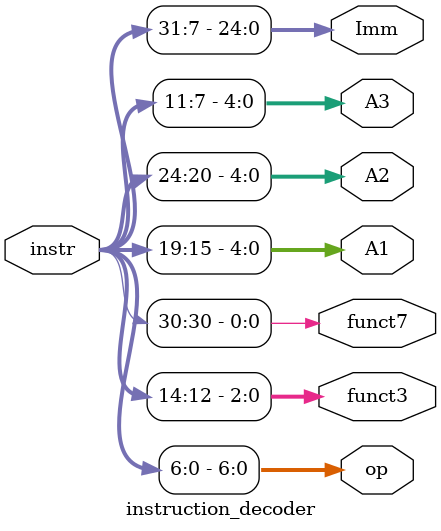
<source format=v>
module instruction_decoder (
	input [31:0] instr,
	output [6:0] op,
	output [2:0] funct3,
	output funct7,
	output [4:0] A1, A2, A3,
	output [24:0] Imm
);

	assign op = instr[6:0];
	assign funct3 = instr[14:12];
	assign funct7 = instr[30];
	assign A1 = instr[19:15];
	assign A2 = instr[24:20];
	assign A3 = instr[11:7];
	assign Imm = instr[31:7];

endmodule
</source>
